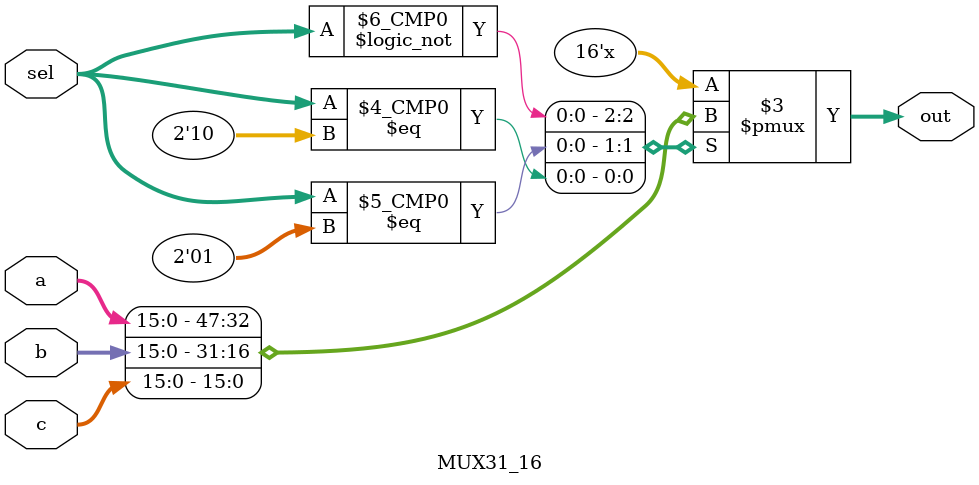
<source format=v>
module MUX31_16(out,sel,a,b,c);
  output[15:0] out;
  input[15:0] a,b,c;
  input [1:0] sel;
  reg [15:0] out;

  always@(sel or a or b or c)
      case(sel)
          2'b00: out=a;
          2'b01: out=b;
          2'b10: out=c; 
          default: out=16'hxxxx;       
      endcase
endmodule
</source>
